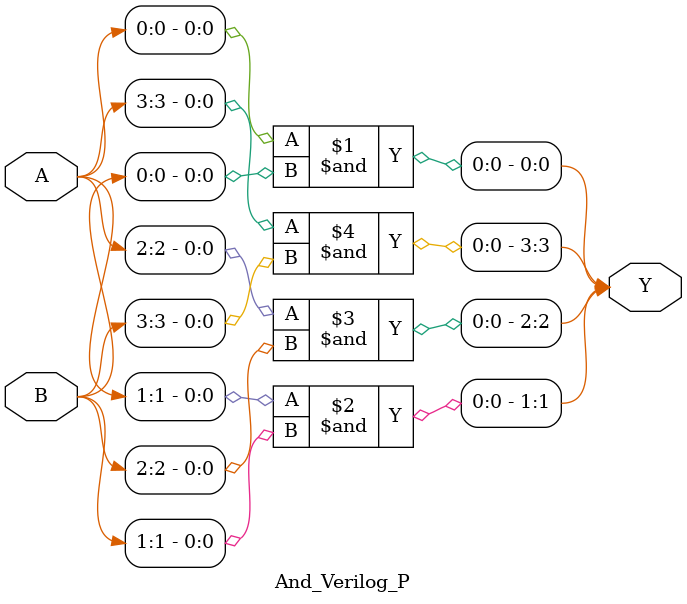
<source format=v>
`timescale 1ns / 1ps


module And_Verilog_P (A, B, Y);
    parameter N = 4;
    input [N-1:0] A;
    input [N-1:0] B;
    output [N-1:0] Y;
    
    genvar i;
    generate for(i = 0; i < N; i = i + 1) 
    begin:r_loop
        and g1(Y[i], A[i], B[i]);
    end
    endgenerate
    
endmodule

</source>
